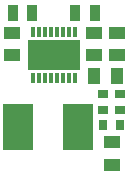
<source format=gtp>
%TF.GenerationSoftware,KiCad,Pcbnew,(6.0.1)*%
%TF.CreationDate,2022-04-12T16:53:34-07:00*%
%TF.ProjectId,regulator_v3,72656775-6c61-4746-9f72-5f76332e6b69,rev?*%
%TF.SameCoordinates,Original*%
%TF.FileFunction,Paste,Top*%
%TF.FilePolarity,Positive*%
%FSLAX46Y46*%
G04 Gerber Fmt 4.6, Leading zero omitted, Abs format (unit mm)*
G04 Created by KiCad (PCBNEW (6.0.1)) date 2022-04-12 16:53:34*
%MOMM*%
%LPD*%
G01*
G04 APERTURE LIST*
%ADD10R,1.450000X1.000000*%
%ADD11R,2.500000X4.000000*%
%ADD12R,0.940000X0.750000*%
%ADD13R,0.300000X0.850000*%
%ADD14R,4.440000X2.540000*%
%ADD15R,0.970000X1.470000*%
%ADD16R,1.000000X1.450000*%
%ADD17R,0.750000X0.940000*%
G04 APERTURE END LIST*
D10*
%TO.C,R1*%
X133731000Y-48453000D03*
X133731000Y-50353000D03*
%TD*%
D11*
%TO.C,L1*%
X139329000Y-56451500D03*
X134229000Y-56451500D03*
%TD*%
D10*
%TO.C,R2*%
X142176500Y-57724000D03*
X142176500Y-59624000D03*
%TD*%
D12*
%TO.C,C4*%
X142875000Y-54992500D03*
X142875000Y-53592500D03*
%TD*%
D10*
%TO.C,R3*%
X140716000Y-48453000D03*
X140716000Y-50353000D03*
%TD*%
D12*
%TO.C,C2*%
X141478000Y-54992500D03*
X141478000Y-53592500D03*
%TD*%
D13*
%TO.C,IC1*%
X139037000Y-48342000D03*
X138537000Y-48342000D03*
X138037000Y-48342000D03*
X137537000Y-48342000D03*
X137037000Y-48342000D03*
X136537000Y-48342000D03*
X136037000Y-48342000D03*
X135537000Y-48342000D03*
X135537000Y-52242000D03*
X136037000Y-52242000D03*
X136537000Y-52242000D03*
X137037000Y-52242000D03*
X137537000Y-52242000D03*
X138037000Y-52242000D03*
X138537000Y-52242000D03*
X139037000Y-52242000D03*
D14*
X137287000Y-50292000D03*
%TD*%
D10*
%TO.C,R5*%
X142621000Y-48453000D03*
X142621000Y-50353000D03*
%TD*%
D15*
%TO.C,C1*%
X135450000Y-46736000D03*
X133790000Y-46736000D03*
%TD*%
%TO.C,C5*%
X140720500Y-46736000D03*
X139060500Y-46736000D03*
%TD*%
D16*
%TO.C,R4*%
X140718500Y-52070000D03*
X142618500Y-52070000D03*
%TD*%
D17*
%TO.C,C3*%
X141476500Y-56261000D03*
X142876500Y-56261000D03*
%TD*%
M02*

</source>
